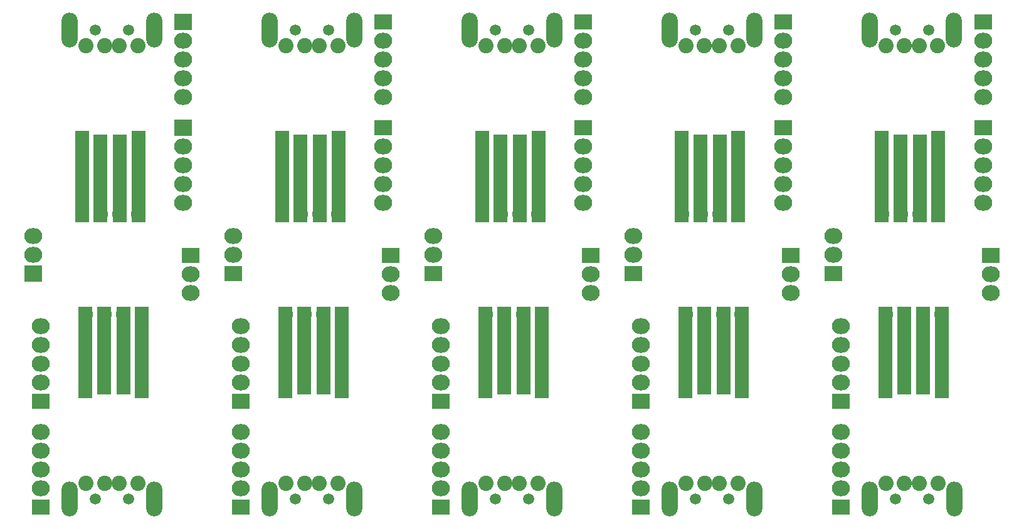
<source format=gbs>
%MOIN*%
%OFA0B0*%
%FSLAX46Y46*%
%IPPOS*%
%LPD*%
%AMREC50*
4,1,3,
0.04787401574803149,0.041874015748031512,
-0.047874015748031504,0.041874015748031491,
-0.04787401574803149,-0.041874015748031512,
0.047874015748031504,-0.041874015748031491,
0*%
%AMREC60*
4,1,3,
0.037401574803149575,0.24409448818897639,
-0.037401574803149637,0.24409448818897639,
-0.037401574803149575,-0.24409448818897639,
0.037401574803149637,-0.24409448818897639,
0*%
%AMREC70*
4,1,3,
0.037401574803149575,0.23425196850393704,
-0.037401574803149637,0.23425196850393704,
-0.037401574803149575,-0.23425196850393704,
0.037401574803149637,-0.23425196850393704,
0*%
%ADD10R,0.095748031496063X0.083748031496063011*%
%ADD11O,0.095748031496063X0.083748031496063011*%
%ADD12C,0.08070866141732283*%
%ADD13C,0.059055118110236227*%
%ADD14O,0.086614173228346469X0.18503937007874016*%
%ADD15R,0.074803149606299218X0.48818897637795278*%
%ADD16R,0.074803149606299218X0.46850393700787407*%
%ADD17C,0.074803149606299218*%
%ADD28R,0.095748031496063X0.083748031496063011*%
%ADD29O,0.095748031496063X0.083748031496063011*%
%ADD30C,0.08070866141732283*%
%ADD31C,0.059055118110236227*%
%ADD32O,0.086614173228346469X0.18503937007874016*%
%ADD33R,0.074803149606299218X0.48818897637795278*%
%ADD34R,0.074803149606299218X0.46850393700787407*%
%ADD35C,0.074803149606299218*%
%ADD36R,0.095748031496063X0.083748031496063011*%
%ADD37O,0.095748031496063X0.083748031496063011*%
%ADD38C,0.08070866141732283*%
%ADD39C,0.059055118110236227*%
%ADD40O,0.086614173228346469X0.18503937007874016*%
%ADD41R,0.074803149606299218X0.48818897637795278*%
%ADD42R,0.074803149606299218X0.46850393700787407*%
%ADD43C,0.074803149606299218*%
%AMCOMP56*
4,1,3,
0.04787401574803149,0.041874015748031512,
-0.047874015748031504,0.041874015748031491,
-0.04787401574803149,-0.041874015748031512,
0.047874015748031504,-0.041874015748031491,
0*%
%ADD44COMP56*%
%ADD45O,0.095748031496063X0.083748031496063011*%
%ADD46C,0.08070866141732283*%
%ADD47C,0.059055118110236227*%
%ADD48O,0.086614173228346469X0.18503937007874016*%
%AMCOMP57*
4,1,3,
0.037401574803149575,0.24409448818897639,
-0.037401574803149637,0.24409448818897639,
-0.037401574803149575,-0.24409448818897639,
0.037401574803149637,-0.24409448818897639,
0*%
%ADD49COMP57*%
%AMCOMP58*
4,1,3,
0.037401574803149575,0.23425196850393704,
-0.037401574803149637,0.23425196850393704,
-0.037401574803149575,-0.23425196850393704,
0.037401574803149637,-0.23425196850393704,
0*%
%ADD50COMP58*%
%ADD51C,0.074803149606299218*%
%ADD52R,0.095748031496063X0.083748031496063011*%
%ADD53O,0.095748031496063X0.083748031496063011*%
%ADD54C,0.08070866141732283*%
%ADD55C,0.059055118110236227*%
%ADD56O,0.086614173228346469X0.18503937007874016*%
%ADD57R,0.074803149606299218X0.48818897637795278*%
%ADD58R,0.074803149606299218X0.46850393700787407*%
%ADD59C,0.074803149606299218*%
%ADD60R,0.095748031496063X0.083748031496063011*%
%ADD61O,0.095748031496063X0.083748031496063011*%
%ADD62C,0.08070866141732283*%
%ADD63C,0.059055118110236227*%
%ADD64O,0.086614173228346469X0.18503937007874016*%
%ADD65R,0.074803149606299218X0.48818897637795278*%
%ADD66R,0.074803149606299218X0.46850393700787407*%
%ADD67C,0.074803149606299218*%
%ADD68R,0.095748031496063X0.083748031496063011*%
%ADD69O,0.095748031496063X0.083748031496063011*%
%ADD70C,0.08070866141732283*%
%ADD71C,0.059055118110236227*%
%ADD72O,0.086614173228346469X0.18503937007874016*%
%ADD73R,0.074803149606299218X0.48818897637795278*%
%ADD74R,0.074803149606299218X0.46850393700787407*%
%ADD75C,0.074803149606299218*%
%ADD76R,0.095748031496063X0.083748031496063011*%
%ADD77O,0.095748031496063X0.083748031496063011*%
%ADD78C,0.08070866141732283*%
%ADD79C,0.059055118110236227*%
%ADD80O,0.086614173228346469X0.18503937007874016*%
%ADD81R,0.074803149606299218X0.48818897637795278*%
%ADD82R,0.074803149606299218X0.46850393700787407*%
%ADD83C,0.074803149606299218*%
%ADD84R,0.095748031496063X0.083748031496063011*%
%ADD85O,0.095748031496063X0.083748031496063011*%
%ADD86C,0.08070866141732283*%
%ADD87C,0.059055118110236227*%
%ADD88O,0.086614173228346469X0.18503937007874016*%
%ADD89R,0.074803149606299218X0.48818897637795278*%
%ADD90R,0.074803149606299218X0.46850393700787407*%
%ADD91C,0.074803149606299218*%
%ADD92R,0.095748031496063X0.083748031496063011*%
%ADD93O,0.095748031496063X0.083748031496063011*%
%ADD94C,0.08070866141732283*%
%ADD95C,0.059055118110236227*%
%ADD96O,0.086614173228346469X0.18503937007874016*%
%ADD97R,0.074803149606299218X0.48818897637795278*%
%ADD98R,0.074803149606299218X0.46850393700787407*%
%ADD99C,0.074803149606299218*%
G01G01*
D10*
X0000787401Y0000374015D02*
X0001205220Y0001681000D03*
D11*
X0001205220Y0001580999D03*
X0001205220Y0001481000D03*
D10*
X0000409551Y0000906196D03*
D11*
X0000409551Y0001006196D03*
X0000409551Y0001106196D03*
X0000409551Y0001206196D03*
X0000409551Y0001306196D03*
D10*
X0000409551Y0000343598D03*
D11*
X0000409551Y0000443598D03*
X0000409551Y0000543598D03*
X0000409551Y0000643598D03*
X0000409551Y0000743598D03*
D12*
X0000826874Y0000467614D03*
X0000925299Y0000467614D03*
X0000748133Y0000467614D03*
X0000649708Y0000467614D03*
D13*
X0000876086Y0000384937D03*
X0000698921Y0000384937D03*
D14*
X0000563094Y0000384937D03*
X0001011913Y0000384937D03*
D15*
X0000646952Y0001166433D03*
X0000946952Y0001166433D03*
D16*
X0000848133Y0001176275D03*
X0000745771Y0001176275D03*
D17*
X0000944590Y0001367220D03*
X0000846165Y0001367220D03*
X0000747740Y0001367220D03*
X0000649314Y0001367220D03*
G04 next file*
G04 Gerber Fmt 4.6, Leading zero omitted, Abs format (unit mm)*
G04 Created by KiCad (PCBNEW (5.0.0-rc2-dev-707-g2ed24a4)) date Friday, 18 May 2018 at 19:07:10*
G01G01*
G04 APERTURE LIST*
G04 APERTURE END LIST*
D28*
X0001850393Y0002893700D02*
X0001432574Y0001586716D03*
D29*
X0001432574Y0001686716D03*
X0001432574Y0001786716D03*
D28*
X0002228244Y0002361519D03*
D29*
X0002228244Y0002261519D03*
X0002228244Y0002161519D03*
X0002228244Y0002061519D03*
X0002228244Y0001961519D03*
D28*
X0002228244Y0002924118D03*
D29*
X0002228244Y0002824118D03*
X0002228244Y0002724118D03*
X0002228244Y0002624118D03*
X0002228244Y0002524118D03*
D30*
X0001810921Y0002800102D03*
X0001712496Y0002800102D03*
X0001889661Y0002800102D03*
X0001988086Y0002800102D03*
D31*
X0001761708Y0002882779D03*
X0001938874Y0002882779D03*
D32*
X0002074700Y0002882779D03*
X0001625881Y0002882779D03*
D33*
X0001990842Y0002101283D03*
X0001690842Y0002101283D03*
D34*
X0001789661Y0002091440D03*
X0001892023Y0002091440D03*
D35*
X0001693204Y0001900496D03*
X0001791629Y0001900496D03*
X0001890055Y0001900496D03*
X0001988480Y0001900496D03*
G04 next file*
G04 Gerber Fmt 4.6, Leading zero omitted, Abs format (unit mm)*
G04 Created by KiCad (PCBNEW (5.0.0-rc2-dev-707-g2ed24a4)) date Friday, 18 May 2018 at 19:07:10*
G01G01*
G04 APERTURE LIST*
G04 APERTURE END LIST*
D36*
X0001850393Y0000374015D02*
X0002268212Y0001681000D03*
D37*
X0002268212Y0001580999D03*
X0002268212Y0001481000D03*
D36*
X0001472543Y0000906196D03*
D37*
X0001472543Y0001006196D03*
X0001472543Y0001106196D03*
X0001472543Y0001206196D03*
X0001472543Y0001306196D03*
D36*
X0001472543Y0000343598D03*
D37*
X0001472543Y0000443598D03*
X0001472543Y0000543598D03*
X0001472543Y0000643598D03*
X0001472543Y0000743598D03*
D38*
X0001889866Y0000467614D03*
X0001988291Y0000467614D03*
X0001811125Y0000467614D03*
X0001712700Y0000467614D03*
D39*
X0001939078Y0000384937D03*
X0001761913Y0000384937D03*
D40*
X0001626086Y0000384937D03*
X0002074905Y0000384937D03*
D41*
X0001709944Y0001166433D03*
X0002009944Y0001166433D03*
D42*
X0001911125Y0001176275D03*
X0001808763Y0001176275D03*
D43*
X0002007582Y0001367220D03*
X0001909157Y0001367220D03*
X0001810732Y0001367220D03*
X0001712307Y0001367220D03*
G04 next file*
G04 Gerber Fmt 4.6, Leading zero omitted, Abs format (unit mm)*
G04 Created by KiCad (PCBNEW (5.0.0-rc2-dev-707-g2ed24a4)) date Friday, 18 May 2018 at 19:07:10*
G01G01*
G04 APERTURE LIST*
G04 APERTURE END LIST*
D44*
X0000787401Y0002893700D02*
X0000369582Y0001586716D03*
D45*
X0000369582Y0001686716D03*
X0000369582Y0001786716D03*
D44*
X0001165251Y0002361519D03*
D45*
X0001165251Y0002261519D03*
X0001165251Y0002161519D03*
X0001165251Y0002061519D03*
X0001165251Y0001961519D03*
D44*
X0001165251Y0002924118D03*
D45*
X0001165251Y0002824118D03*
X0001165251Y0002724118D03*
X0001165251Y0002624118D03*
X0001165251Y0002524118D03*
D46*
X0000747929Y0002800102D03*
X0000649503Y0002800102D03*
X0000826669Y0002800102D03*
X0000925094Y0002800102D03*
D47*
X0000698716Y0002882779D03*
X0000875881Y0002882779D03*
D48*
X0001011708Y0002882779D03*
X0000562889Y0002882779D03*
D49*
X0000927850Y0002101283D03*
X0000627850Y0002101283D03*
D50*
X0000726669Y0002091440D03*
X0000829031Y0002091440D03*
D51*
X0000630212Y0001900496D03*
X0000728637Y0001900496D03*
X0000827062Y0001900496D03*
X0000925488Y0001900496D03*
G04 next file*
G04 Gerber Fmt 4.6, Leading zero omitted, Abs format (unit mm)*
G04 Created by KiCad (PCBNEW (5.0.0-rc2-dev-707-g2ed24a4)) date Friday, 18 May 2018 at 19:07:10*
G01G01*
G04 APERTURE LIST*
G04 APERTURE END LIST*
D52*
X0002913385Y0002893700D02*
X0002495566Y0001586716D03*
D53*
X0002495566Y0001686716D03*
X0002495566Y0001786716D03*
D52*
X0003291236Y0002361519D03*
D53*
X0003291236Y0002261519D03*
X0003291236Y0002161519D03*
X0003291236Y0002061519D03*
X0003291236Y0001961519D03*
D52*
X0003291236Y0002924118D03*
D53*
X0003291236Y0002824118D03*
X0003291236Y0002724118D03*
X0003291236Y0002624118D03*
X0003291236Y0002524118D03*
D54*
X0002873913Y0002800102D03*
X0002775488Y0002800102D03*
X0002952653Y0002800102D03*
X0003051078Y0002800102D03*
D55*
X0002824700Y0002882779D03*
X0003001866Y0002882779D03*
D56*
X0003137692Y0002882779D03*
X0002688874Y0002882779D03*
D57*
X0003053834Y0002101283D03*
X0002753834Y0002101283D03*
D58*
X0002852653Y0002091440D03*
X0002955015Y0002091440D03*
D59*
X0002756196Y0001900496D03*
X0002854622Y0001900496D03*
X0002953047Y0001900496D03*
X0003051472Y0001900496D03*
G04 next file*
G04 Gerber Fmt 4.6, Leading zero omitted, Abs format (unit mm)*
G04 Created by KiCad (PCBNEW (5.0.0-rc2-dev-707-g2ed24a4)) date Friday, 18 May 2018 at 19:07:10*
G01G01*
G04 APERTURE LIST*
G04 APERTURE END LIST*
D60*
X0002913385Y0000374015D02*
X0003331204Y0001681000D03*
D61*
X0003331204Y0001580999D03*
X0003331204Y0001481000D03*
D60*
X0002535535Y0000906196D03*
D61*
X0002535535Y0001006196D03*
X0002535535Y0001106196D03*
X0002535535Y0001206196D03*
X0002535535Y0001306196D03*
D60*
X0002535535Y0000343598D03*
D61*
X0002535535Y0000443598D03*
X0002535535Y0000543598D03*
X0002535535Y0000643598D03*
X0002535535Y0000743598D03*
D62*
X0002952858Y0000467614D03*
X0003051283Y0000467614D03*
X0002874118Y0000467614D03*
X0002775692Y0000467614D03*
D63*
X0003002070Y0000384937D03*
X0002824905Y0000384937D03*
D64*
X0002689078Y0000384937D03*
X0003137897Y0000384937D03*
D65*
X0002772937Y0001166433D03*
X0003072937Y0001166433D03*
D66*
X0002974118Y0001176275D03*
X0002871755Y0001176275D03*
D67*
X0003070574Y0001367220D03*
X0002972149Y0001367220D03*
X0002873724Y0001367220D03*
X0002775299Y0001367220D03*
G04 next file*
G04 Gerber Fmt 4.6, Leading zero omitted, Abs format (unit mm)*
G04 Created by KiCad (PCBNEW (5.0.0-rc2-dev-707-g2ed24a4)) date Friday, 18 May 2018 at 19:07:10*
G01G01*
G04 APERTURE LIST*
G04 APERTURE END LIST*
D68*
X0003976377Y0000374015D02*
X0004394196Y0001681000D03*
D69*
X0004394196Y0001580999D03*
X0004394196Y0001481000D03*
D68*
X0003598527Y0000906196D03*
D69*
X0003598527Y0001006196D03*
X0003598527Y0001106196D03*
X0003598527Y0001206196D03*
X0003598527Y0001306196D03*
D68*
X0003598527Y0000343598D03*
D69*
X0003598527Y0000443598D03*
X0003598527Y0000543598D03*
X0003598527Y0000643598D03*
X0003598527Y0000743598D03*
D70*
X0004015850Y0000467614D03*
X0004114275Y0000467614D03*
X0003937110Y0000467614D03*
X0003838685Y0000467614D03*
D71*
X0004065062Y0000384937D03*
X0003887897Y0000384937D03*
D72*
X0003752070Y0000384937D03*
X0004200889Y0000384937D03*
D73*
X0003835929Y0001166433D03*
X0004135929Y0001166433D03*
D74*
X0004037110Y0001176275D03*
X0003934748Y0001176275D03*
D75*
X0004133566Y0001367220D03*
X0004035141Y0001367220D03*
X0003936716Y0001367220D03*
X0003838291Y0001367220D03*
G04 next file*
G04 Gerber Fmt 4.6, Leading zero omitted, Abs format (unit mm)*
G04 Created by KiCad (PCBNEW (5.0.0-rc2-dev-707-g2ed24a4)) date Friday, 18 May 2018 at 19:07:10*
G01G01*
G04 APERTURE LIST*
G04 APERTURE END LIST*
D76*
X0003976377Y0002893700D02*
X0003558559Y0001586716D03*
D77*
X0003558559Y0001686716D03*
X0003558559Y0001786716D03*
D76*
X0004354228Y0002361519D03*
D77*
X0004354228Y0002261519D03*
X0004354228Y0002161519D03*
X0004354228Y0002061519D03*
X0004354228Y0001961519D03*
D76*
X0004354228Y0002924118D03*
D77*
X0004354228Y0002824118D03*
X0004354228Y0002724118D03*
X0004354228Y0002624118D03*
X0004354228Y0002524118D03*
D78*
X0003936905Y0002800102D03*
X0003838480Y0002800102D03*
X0004015645Y0002800102D03*
X0004114070Y0002800102D03*
D79*
X0003887692Y0002882779D03*
X0004064858Y0002882779D03*
D80*
X0004200685Y0002882779D03*
X0003751866Y0002882779D03*
D81*
X0004116826Y0002101283D03*
X0003816826Y0002101283D03*
D82*
X0003915645Y0002091440D03*
X0004018007Y0002091440D03*
D83*
X0003819188Y0001900496D03*
X0003917614Y0001900496D03*
X0004016039Y0001900496D03*
X0004114464Y0001900496D03*
G04 next file*
G04 Gerber Fmt 4.6, Leading zero omitted, Abs format (unit mm)*
G04 Created by KiCad (PCBNEW (5.0.0-rc2-dev-707-g2ed24a4)) date Friday, 18 May 2018 at 19:07:10*
G01G01*
G04 APERTURE LIST*
G04 APERTURE END LIST*
D84*
X0005039370Y0000374015D02*
X0005457188Y0001681000D03*
D85*
X0005457188Y0001580999D03*
X0005457188Y0001481000D03*
D84*
X0004661519Y0000906196D03*
D85*
X0004661519Y0001006196D03*
X0004661519Y0001106196D03*
X0004661519Y0001206196D03*
X0004661519Y0001306196D03*
D84*
X0004661519Y0000343598D03*
D85*
X0004661519Y0000443598D03*
X0004661519Y0000543598D03*
X0004661519Y0000643598D03*
X0004661519Y0000743598D03*
D86*
X0005078842Y0000467614D03*
X0005177267Y0000467614D03*
X0005000102Y0000467614D03*
X0004901677Y0000467614D03*
D87*
X0005128055Y0000384937D03*
X0004950889Y0000384937D03*
D88*
X0004815062Y0000384937D03*
X0005263881Y0000384937D03*
D89*
X0004898921Y0001166433D03*
X0005198921Y0001166433D03*
D90*
X0005100102Y0001176275D03*
X0004997740Y0001176275D03*
D91*
X0005196559Y0001367220D03*
X0005098133Y0001367220D03*
X0004999708Y0001367220D03*
X0004901283Y0001367220D03*
G04 next file*
G04 Gerber Fmt 4.6, Leading zero omitted, Abs format (unit mm)*
G04 Created by KiCad (PCBNEW (5.0.0-rc2-dev-707-g2ed24a4)) date Friday, 18 May 2018 at 19:07:10*
G01G01*
G04 APERTURE LIST*
G04 APERTURE END LIST*
D92*
X0005039370Y0002893700D02*
X0004621551Y0001586716D03*
D93*
X0004621551Y0001686716D03*
X0004621551Y0001786716D03*
D92*
X0005417220Y0002361519D03*
D93*
X0005417220Y0002261519D03*
X0005417220Y0002161519D03*
X0005417220Y0002061519D03*
X0005417220Y0001961519D03*
D92*
X0005417220Y0002924118D03*
D93*
X0005417220Y0002824118D03*
X0005417220Y0002724118D03*
X0005417220Y0002624118D03*
X0005417220Y0002524118D03*
D94*
X0004999897Y0002800102D03*
X0004901472Y0002800102D03*
X0005078637Y0002800102D03*
X0005177062Y0002800102D03*
D95*
X0004950685Y0002882779D03*
X0005127850Y0002882779D03*
D96*
X0005263677Y0002882779D03*
X0004814858Y0002882779D03*
D97*
X0005179818Y0002101283D03*
X0004879818Y0002101283D03*
D98*
X0004978637Y0002091440D03*
X0005081000Y0002091440D03*
D99*
X0004882181Y0001900496D03*
X0004980606Y0001900496D03*
X0005079031Y0001900496D03*
X0005177456Y0001900496D03*
M02*
</source>
